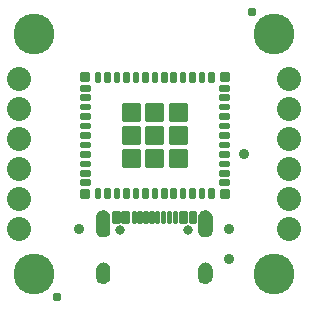
<source format=gbs>
G04 EAGLE Gerber RS-274X export*
G75*
%MOMM*%
%FSLAX34Y34*%
%LPD*%
%INSoldermask Bottom*%
%IPPOS*%
%AMOC8*
5,1,8,0,0,1.08239X$1,22.5*%
G01*
%ADD10C,3.454400*%
%ADD11C,0.253344*%
%ADD12C,0.255816*%
%ADD13C,0.802400*%
%ADD14C,2.032000*%
%ADD15C,0.254103*%
%ADD16C,0.256381*%
%ADD17C,0.255719*%
%ADD18C,0.787400*%
%ADD19C,0.914400*%

G36*
X85084Y56853D02*
X85084Y56853D01*
X85090Y56859D01*
X85095Y56855D01*
X86325Y57220D01*
X86330Y57227D01*
X86335Y57225D01*
X87454Y57855D01*
X87457Y57862D01*
X87463Y57861D01*
X88413Y58724D01*
X88414Y58732D01*
X88420Y58732D01*
X89154Y59785D01*
X89154Y59793D01*
X89159Y59795D01*
X89641Y60985D01*
X89639Y60990D01*
X89643Y60993D01*
X89642Y60994D01*
X89644Y60995D01*
X89849Y62262D01*
X89846Y62267D01*
X89849Y62270D01*
X89849Y74270D01*
X89846Y74274D01*
X89849Y74277D01*
X89694Y75399D01*
X89689Y75404D01*
X89692Y75408D01*
X89321Y76479D01*
X89315Y76483D01*
X89317Y76488D01*
X88744Y77465D01*
X88738Y77468D01*
X88739Y77473D01*
X87986Y78320D01*
X87979Y78322D01*
X87979Y78327D01*
X87076Y79011D01*
X87069Y79011D01*
X87068Y79016D01*
X86049Y79511D01*
X86042Y79509D01*
X86040Y79514D01*
X84943Y79801D01*
X84937Y79798D01*
X84934Y79802D01*
X83803Y79869D01*
X83797Y79869D01*
X82666Y79802D01*
X82661Y79797D01*
X82657Y79801D01*
X81560Y79514D01*
X81556Y79508D01*
X81551Y79511D01*
X80532Y79016D01*
X80529Y79010D01*
X80524Y79011D01*
X79621Y78327D01*
X79619Y78320D01*
X79614Y78320D01*
X78861Y77473D01*
X78861Y77466D01*
X78856Y77465D01*
X78283Y76488D01*
X78284Y76485D01*
X78283Y76484D01*
X78284Y76483D01*
X78284Y76481D01*
X78279Y76479D01*
X77908Y75408D01*
X77910Y75403D01*
X77907Y75401D01*
X77907Y75400D01*
X77906Y75399D01*
X77751Y74277D01*
X77754Y74272D01*
X77751Y74270D01*
X77751Y62270D01*
X77754Y62265D01*
X77751Y62262D01*
X77956Y60995D01*
X77962Y60989D01*
X77959Y60985D01*
X78441Y59795D01*
X78448Y59791D01*
X78446Y59785D01*
X79180Y58732D01*
X79188Y58730D01*
X79187Y58724D01*
X80137Y57861D01*
X80146Y57860D01*
X80146Y57855D01*
X81265Y57225D01*
X81273Y57226D01*
X81275Y57220D01*
X82505Y56855D01*
X82513Y56858D01*
X82516Y56853D01*
X83797Y56771D01*
X83801Y56774D01*
X83803Y56771D01*
X85084Y56853D01*
G37*
G36*
X171484Y56853D02*
X171484Y56853D01*
X171490Y56859D01*
X171495Y56855D01*
X172725Y57220D01*
X172730Y57227D01*
X172735Y57225D01*
X173854Y57855D01*
X173857Y57862D01*
X173863Y57861D01*
X174813Y58724D01*
X174814Y58732D01*
X174820Y58732D01*
X175554Y59785D01*
X175554Y59793D01*
X175559Y59795D01*
X176041Y60985D01*
X176039Y60990D01*
X176043Y60993D01*
X176042Y60994D01*
X176044Y60995D01*
X176249Y62262D01*
X176246Y62267D01*
X176249Y62270D01*
X176249Y74270D01*
X176246Y74274D01*
X176249Y74277D01*
X176094Y75399D01*
X176089Y75404D01*
X176092Y75408D01*
X175721Y76479D01*
X175715Y76483D01*
X175717Y76488D01*
X175144Y77465D01*
X175138Y77468D01*
X175139Y77473D01*
X174386Y78320D01*
X174379Y78322D01*
X174379Y78327D01*
X173476Y79011D01*
X173469Y79011D01*
X173468Y79016D01*
X172449Y79511D01*
X172442Y79509D01*
X172440Y79514D01*
X171343Y79801D01*
X171337Y79798D01*
X171334Y79802D01*
X170203Y79869D01*
X170197Y79869D01*
X169066Y79802D01*
X169061Y79797D01*
X169057Y79801D01*
X167960Y79514D01*
X167956Y79508D01*
X167951Y79511D01*
X166932Y79016D01*
X166929Y79010D01*
X166924Y79011D01*
X166021Y78327D01*
X166019Y78320D01*
X166014Y78320D01*
X165261Y77473D01*
X165261Y77466D01*
X165256Y77465D01*
X164683Y76488D01*
X164684Y76485D01*
X164683Y76484D01*
X164684Y76483D01*
X164684Y76481D01*
X164679Y76479D01*
X164308Y75408D01*
X164310Y75403D01*
X164307Y75401D01*
X164307Y75400D01*
X164306Y75399D01*
X164151Y74277D01*
X164154Y74272D01*
X164151Y74270D01*
X164151Y62270D01*
X164154Y62265D01*
X164151Y62262D01*
X164356Y60995D01*
X164362Y60989D01*
X164359Y60985D01*
X164841Y59795D01*
X164848Y59791D01*
X164846Y59785D01*
X165580Y58732D01*
X165588Y58730D01*
X165587Y58724D01*
X166537Y57861D01*
X166546Y57860D01*
X166546Y57855D01*
X167665Y57225D01*
X167673Y57226D01*
X167675Y57220D01*
X168905Y56855D01*
X168913Y56858D01*
X168916Y56853D01*
X170197Y56771D01*
X170201Y56774D01*
X170203Y56771D01*
X171484Y56853D01*
G37*
G36*
X170202Y17475D02*
X170202Y17475D01*
X170205Y17471D01*
X171536Y17615D01*
X171539Y17619D01*
X171540Y17619D01*
X171543Y17620D01*
X171546Y17618D01*
X172811Y18054D01*
X172816Y18061D01*
X172821Y18059D01*
X173957Y18766D01*
X173960Y18774D01*
X173966Y18773D01*
X174916Y19715D01*
X174917Y19723D01*
X174922Y19724D01*
X175639Y20854D01*
X175638Y20862D01*
X175644Y20864D01*
X176091Y22125D01*
X176089Y22132D01*
X176094Y22135D01*
X176249Y23464D01*
X176247Y23468D01*
X176249Y23470D01*
X176249Y29470D01*
X176247Y29473D01*
X176249Y29475D01*
X176103Y30817D01*
X176098Y30823D01*
X176101Y30827D01*
X175661Y32103D01*
X175654Y32107D01*
X175656Y32113D01*
X174943Y33258D01*
X174935Y33261D01*
X174936Y33267D01*
X173986Y34225D01*
X173978Y34226D01*
X173977Y34232D01*
X172838Y34954D01*
X172830Y34953D01*
X172828Y34959D01*
X171557Y35410D01*
X171549Y35407D01*
X171546Y35412D01*
X170206Y35569D01*
X170199Y35565D01*
X170195Y35569D01*
X169020Y35448D01*
X169015Y35443D01*
X169011Y35446D01*
X167882Y35099D01*
X167878Y35093D01*
X167873Y35095D01*
X166834Y34534D01*
X166831Y34527D01*
X166826Y34529D01*
X165916Y33776D01*
X165914Y33769D01*
X165909Y33769D01*
X165163Y32853D01*
X165163Y32845D01*
X165158Y32845D01*
X164606Y31801D01*
X164607Y31793D01*
X164602Y31792D01*
X164264Y30660D01*
X164266Y30653D01*
X164262Y30651D01*
X164151Y29475D01*
X164153Y29472D01*
X164151Y29470D01*
X164151Y23470D01*
X164153Y23467D01*
X164151Y23465D01*
X164271Y22300D01*
X164276Y22295D01*
X164273Y22290D01*
X164617Y21171D01*
X164623Y21167D01*
X164621Y21162D01*
X165178Y20131D01*
X165184Y20128D01*
X165183Y20123D01*
X165930Y19221D01*
X165937Y19219D01*
X165937Y19214D01*
X166845Y18475D01*
X166852Y18475D01*
X166853Y18470D01*
X167889Y17922D01*
X167896Y17923D01*
X167897Y17918D01*
X169020Y17583D01*
X169027Y17585D01*
X169029Y17581D01*
X170195Y17471D01*
X170202Y17475D01*
G37*
G36*
X83802Y17475D02*
X83802Y17475D01*
X83805Y17471D01*
X85136Y17615D01*
X85139Y17619D01*
X85140Y17619D01*
X85143Y17620D01*
X85146Y17618D01*
X86411Y18054D01*
X86416Y18061D01*
X86421Y18059D01*
X87557Y18766D01*
X87560Y18774D01*
X87566Y18773D01*
X88516Y19715D01*
X88517Y19723D01*
X88522Y19724D01*
X89239Y20854D01*
X89238Y20862D01*
X89244Y20864D01*
X89691Y22125D01*
X89689Y22132D01*
X89694Y22135D01*
X89849Y23464D01*
X89847Y23468D01*
X89849Y23470D01*
X89849Y29470D01*
X89847Y29473D01*
X89849Y29475D01*
X89703Y30817D01*
X89698Y30823D01*
X89701Y30827D01*
X89261Y32103D01*
X89254Y32107D01*
X89256Y32113D01*
X88543Y33258D01*
X88535Y33261D01*
X88536Y33267D01*
X87586Y34225D01*
X87578Y34226D01*
X87577Y34232D01*
X86438Y34954D01*
X86430Y34953D01*
X86428Y34959D01*
X85157Y35410D01*
X85149Y35407D01*
X85146Y35412D01*
X83806Y35569D01*
X83799Y35565D01*
X83795Y35569D01*
X82620Y35448D01*
X82615Y35443D01*
X82611Y35446D01*
X81482Y35099D01*
X81478Y35093D01*
X81473Y35095D01*
X80434Y34534D01*
X80431Y34527D01*
X80426Y34529D01*
X79516Y33776D01*
X79514Y33769D01*
X79509Y33769D01*
X78763Y32853D01*
X78763Y32845D01*
X78758Y32845D01*
X78206Y31801D01*
X78207Y31793D01*
X78202Y31792D01*
X77864Y30660D01*
X77866Y30653D01*
X77862Y30651D01*
X77751Y29475D01*
X77753Y29472D01*
X77751Y29470D01*
X77751Y23470D01*
X77753Y23467D01*
X77751Y23465D01*
X77871Y22300D01*
X77876Y22295D01*
X77873Y22290D01*
X78217Y21171D01*
X78223Y21167D01*
X78221Y21162D01*
X78778Y20131D01*
X78784Y20128D01*
X78783Y20123D01*
X79530Y19221D01*
X79537Y19219D01*
X79537Y19214D01*
X80445Y18475D01*
X80452Y18475D01*
X80453Y18470D01*
X81489Y17922D01*
X81496Y17923D01*
X81497Y17918D01*
X82620Y17583D01*
X82627Y17585D01*
X82629Y17581D01*
X83795Y17471D01*
X83802Y17475D01*
G37*
D10*
X228600Y25400D03*
X25400Y25400D03*
X25400Y228600D03*
X228600Y228600D03*
D11*
X120496Y78566D02*
X118504Y78566D01*
X120496Y78566D02*
X120496Y69574D01*
X118504Y69574D01*
X118504Y78566D01*
X118504Y71980D02*
X120496Y71980D01*
X120496Y74386D02*
X118504Y74386D01*
X118504Y76792D02*
X120496Y76792D01*
X123504Y78566D02*
X125496Y78566D01*
X125496Y69574D01*
X123504Y69574D01*
X123504Y78566D01*
X123504Y71980D02*
X125496Y71980D01*
X125496Y74386D02*
X123504Y74386D01*
X123504Y76792D02*
X125496Y76792D01*
D12*
X97233Y78553D02*
X92267Y78553D01*
X97233Y78553D02*
X97233Y69587D01*
X92267Y69587D01*
X92267Y78553D01*
X92267Y72017D02*
X97233Y72017D01*
X97233Y74447D02*
X92267Y74447D01*
X92267Y76877D02*
X97233Y76877D01*
X100017Y78553D02*
X104983Y78553D01*
X104983Y69587D01*
X100017Y69587D01*
X100017Y78553D01*
X100017Y72017D02*
X104983Y72017D01*
X104983Y74447D02*
X100017Y74447D01*
X100017Y76877D02*
X104983Y76877D01*
D11*
X108504Y78566D02*
X110496Y78566D01*
X110496Y69574D01*
X108504Y69574D01*
X108504Y78566D01*
X108504Y71980D02*
X110496Y71980D01*
X110496Y74386D02*
X108504Y74386D01*
X108504Y76792D02*
X110496Y76792D01*
X113504Y78566D02*
X115496Y78566D01*
X115496Y69574D01*
X113504Y69574D01*
X113504Y78566D01*
X113504Y71980D02*
X115496Y71980D01*
X115496Y74386D02*
X113504Y74386D01*
X113504Y76792D02*
X115496Y76792D01*
X133504Y69574D02*
X135496Y69574D01*
X133504Y69574D02*
X133504Y78566D01*
X135496Y78566D01*
X135496Y69574D01*
X135496Y71980D02*
X133504Y71980D01*
X133504Y74386D02*
X135496Y74386D01*
X135496Y76792D02*
X133504Y76792D01*
X130496Y69574D02*
X128504Y69574D01*
X128504Y78566D01*
X130496Y78566D01*
X130496Y69574D01*
X130496Y71980D02*
X128504Y71980D01*
X128504Y74386D02*
X130496Y74386D01*
X130496Y76792D02*
X128504Y76792D01*
D12*
X156767Y69587D02*
X161733Y69587D01*
X156767Y69587D02*
X156767Y78553D01*
X161733Y78553D01*
X161733Y69587D01*
X161733Y72017D02*
X156767Y72017D01*
X156767Y74447D02*
X161733Y74447D01*
X161733Y76877D02*
X156767Y76877D01*
X153983Y69587D02*
X149017Y69587D01*
X149017Y78553D01*
X153983Y78553D01*
X153983Y69587D01*
X153983Y72017D02*
X149017Y72017D01*
X149017Y74447D02*
X153983Y74447D01*
X153983Y76877D02*
X149017Y76877D01*
D11*
X145496Y69574D02*
X143504Y69574D01*
X143504Y78566D01*
X145496Y78566D01*
X145496Y69574D01*
X145496Y71980D02*
X143504Y71980D01*
X143504Y74386D02*
X145496Y74386D01*
X145496Y76792D02*
X143504Y76792D01*
X140496Y69574D02*
X138504Y69574D01*
X138504Y78566D01*
X140496Y78566D01*
X140496Y69574D01*
X140496Y71980D02*
X138504Y71980D01*
X138504Y74386D02*
X140496Y74386D01*
X140496Y76792D02*
X138504Y76792D01*
D13*
X155900Y63020D03*
X98100Y63020D03*
D14*
X241300Y190500D03*
X241300Y165100D03*
X241300Y139700D03*
X241300Y114300D03*
X241300Y88900D03*
X241300Y63500D03*
X12700Y190500D03*
X12700Y165100D03*
X12700Y139700D03*
X12700Y114300D03*
X12700Y88900D03*
X12700Y63500D03*
D15*
X189492Y182018D02*
X189492Y185002D01*
X189492Y182018D02*
X182508Y182018D01*
X182508Y185002D01*
X189492Y185002D01*
X189492Y184432D02*
X182508Y184432D01*
X189492Y177002D02*
X189492Y174018D01*
X182508Y174018D01*
X182508Y177002D01*
X189492Y177002D01*
X189492Y176432D02*
X182508Y176432D01*
X189492Y169002D02*
X189492Y166018D01*
X182508Y166018D01*
X182508Y169002D01*
X189492Y169002D01*
X189492Y168432D02*
X182508Y168432D01*
X189492Y161002D02*
X189492Y158018D01*
X182508Y158018D01*
X182508Y161002D01*
X189492Y161002D01*
X189492Y160432D02*
X182508Y160432D01*
X189492Y153002D02*
X189492Y150018D01*
X182508Y150018D01*
X182508Y153002D01*
X189492Y153002D01*
X189492Y152432D02*
X182508Y152432D01*
X189492Y145002D02*
X189492Y142018D01*
X182508Y142018D01*
X182508Y145002D01*
X189492Y145002D01*
X189492Y144432D02*
X182508Y144432D01*
X189492Y137002D02*
X189492Y134018D01*
X182508Y134018D01*
X182508Y137002D01*
X189492Y137002D01*
X189492Y136432D02*
X182508Y136432D01*
X189492Y129002D02*
X189492Y126018D01*
X182508Y126018D01*
X182508Y129002D01*
X189492Y129002D01*
X189492Y128432D02*
X182508Y128432D01*
X189492Y121002D02*
X189492Y118018D01*
X182508Y118018D01*
X182508Y121002D01*
X189492Y121002D01*
X189492Y120432D02*
X182508Y120432D01*
X189492Y113002D02*
X189492Y110018D01*
X182508Y110018D01*
X182508Y113002D01*
X189492Y113002D01*
X189492Y112432D02*
X182508Y112432D01*
X189492Y105002D02*
X189492Y102018D01*
X182508Y102018D01*
X182508Y105002D01*
X189492Y105002D01*
X189492Y104432D02*
X182508Y104432D01*
X176492Y91018D02*
X173508Y91018D01*
X173508Y98002D01*
X176492Y98002D01*
X176492Y91018D01*
X176492Y93432D02*
X173508Y93432D01*
X173508Y95846D02*
X176492Y95846D01*
X168492Y91018D02*
X165508Y91018D01*
X165508Y98002D01*
X168492Y98002D01*
X168492Y91018D01*
X168492Y93432D02*
X165508Y93432D01*
X165508Y95846D02*
X168492Y95846D01*
X160492Y91018D02*
X157508Y91018D01*
X157508Y98002D01*
X160492Y98002D01*
X160492Y91018D01*
X160492Y93432D02*
X157508Y93432D01*
X157508Y95846D02*
X160492Y95846D01*
X152492Y91018D02*
X149508Y91018D01*
X149508Y98002D01*
X152492Y98002D01*
X152492Y91018D01*
X152492Y93432D02*
X149508Y93432D01*
X149508Y95846D02*
X152492Y95846D01*
X144492Y91018D02*
X141508Y91018D01*
X141508Y98002D01*
X144492Y98002D01*
X144492Y91018D01*
X144492Y93432D02*
X141508Y93432D01*
X141508Y95846D02*
X144492Y95846D01*
X136492Y91018D02*
X133508Y91018D01*
X133508Y98002D01*
X136492Y98002D01*
X136492Y91018D01*
X136492Y93432D02*
X133508Y93432D01*
X133508Y95846D02*
X136492Y95846D01*
X128492Y91018D02*
X125508Y91018D01*
X125508Y98002D01*
X128492Y98002D01*
X128492Y91018D01*
X128492Y93432D02*
X125508Y93432D01*
X125508Y95846D02*
X128492Y95846D01*
X120492Y91018D02*
X117508Y91018D01*
X117508Y98002D01*
X120492Y98002D01*
X120492Y91018D01*
X120492Y93432D02*
X117508Y93432D01*
X117508Y95846D02*
X120492Y95846D01*
X112492Y91018D02*
X109508Y91018D01*
X109508Y98002D01*
X112492Y98002D01*
X112492Y91018D01*
X112492Y93432D02*
X109508Y93432D01*
X109508Y95846D02*
X112492Y95846D01*
X104492Y91018D02*
X101508Y91018D01*
X101508Y98002D01*
X104492Y98002D01*
X104492Y91018D01*
X104492Y93432D02*
X101508Y93432D01*
X101508Y95846D02*
X104492Y95846D01*
X96492Y91018D02*
X93508Y91018D01*
X93508Y98002D01*
X96492Y98002D01*
X96492Y91018D01*
X96492Y93432D02*
X93508Y93432D01*
X93508Y95846D02*
X96492Y95846D01*
X88492Y91018D02*
X85508Y91018D01*
X85508Y98002D01*
X88492Y98002D01*
X88492Y91018D01*
X88492Y93432D02*
X85508Y93432D01*
X85508Y95846D02*
X88492Y95846D01*
X80492Y91018D02*
X77508Y91018D01*
X77508Y98002D01*
X80492Y98002D01*
X80492Y91018D01*
X80492Y93432D02*
X77508Y93432D01*
X77508Y95846D02*
X80492Y95846D01*
X64508Y102018D02*
X64508Y105002D01*
X71492Y105002D01*
X71492Y102018D01*
X64508Y102018D01*
X64508Y104432D02*
X71492Y104432D01*
X64508Y110018D02*
X64508Y113002D01*
X71492Y113002D01*
X71492Y110018D01*
X64508Y110018D01*
X64508Y112432D02*
X71492Y112432D01*
X64508Y118018D02*
X64508Y121002D01*
X71492Y121002D01*
X71492Y118018D01*
X64508Y118018D01*
X64508Y120432D02*
X71492Y120432D01*
X64508Y126018D02*
X64508Y129002D01*
X71492Y129002D01*
X71492Y126018D01*
X64508Y126018D01*
X64508Y128432D02*
X71492Y128432D01*
X64508Y134018D02*
X64508Y137002D01*
X71492Y137002D01*
X71492Y134018D01*
X64508Y134018D01*
X64508Y136432D02*
X71492Y136432D01*
X64508Y142018D02*
X64508Y145002D01*
X71492Y145002D01*
X71492Y142018D01*
X64508Y142018D01*
X64508Y144432D02*
X71492Y144432D01*
X64508Y150018D02*
X64508Y153002D01*
X71492Y153002D01*
X71492Y150018D01*
X64508Y150018D01*
X64508Y152432D02*
X71492Y152432D01*
X64508Y158018D02*
X64508Y161002D01*
X71492Y161002D01*
X71492Y158018D01*
X64508Y158018D01*
X64508Y160432D02*
X71492Y160432D01*
X64508Y166018D02*
X64508Y169002D01*
X71492Y169002D01*
X71492Y166018D01*
X64508Y166018D01*
X64508Y168432D02*
X71492Y168432D01*
X64508Y174018D02*
X64508Y177002D01*
X71492Y177002D01*
X71492Y174018D01*
X64508Y174018D01*
X64508Y176432D02*
X71492Y176432D01*
X64508Y182018D02*
X64508Y185002D01*
X71492Y185002D01*
X71492Y182018D01*
X64508Y182018D01*
X64508Y184432D02*
X71492Y184432D01*
X77508Y196002D02*
X80492Y196002D01*
X80492Y189018D01*
X77508Y189018D01*
X77508Y196002D01*
X77508Y191432D02*
X80492Y191432D01*
X80492Y193846D02*
X77508Y193846D01*
X85508Y196002D02*
X88492Y196002D01*
X88492Y189018D01*
X85508Y189018D01*
X85508Y196002D01*
X85508Y191432D02*
X88492Y191432D01*
X88492Y193846D02*
X85508Y193846D01*
X93508Y196002D02*
X96492Y196002D01*
X96492Y189018D01*
X93508Y189018D01*
X93508Y196002D01*
X93508Y191432D02*
X96492Y191432D01*
X96492Y193846D02*
X93508Y193846D01*
X101508Y196002D02*
X104492Y196002D01*
X104492Y189018D01*
X101508Y189018D01*
X101508Y196002D01*
X101508Y191432D02*
X104492Y191432D01*
X104492Y193846D02*
X101508Y193846D01*
X109508Y196002D02*
X112492Y196002D01*
X112492Y189018D01*
X109508Y189018D01*
X109508Y196002D01*
X109508Y191432D02*
X112492Y191432D01*
X112492Y193846D02*
X109508Y193846D01*
X117508Y196002D02*
X120492Y196002D01*
X120492Y189018D01*
X117508Y189018D01*
X117508Y196002D01*
X117508Y191432D02*
X120492Y191432D01*
X120492Y193846D02*
X117508Y193846D01*
X125508Y196002D02*
X128492Y196002D01*
X128492Y189018D01*
X125508Y189018D01*
X125508Y196002D01*
X125508Y191432D02*
X128492Y191432D01*
X128492Y193846D02*
X125508Y193846D01*
X133508Y196002D02*
X136492Y196002D01*
X136492Y189018D01*
X133508Y189018D01*
X133508Y196002D01*
X133508Y191432D02*
X136492Y191432D01*
X136492Y193846D02*
X133508Y193846D01*
X141508Y196002D02*
X144492Y196002D01*
X144492Y189018D01*
X141508Y189018D01*
X141508Y196002D01*
X141508Y191432D02*
X144492Y191432D01*
X144492Y193846D02*
X141508Y193846D01*
X149508Y196002D02*
X152492Y196002D01*
X152492Y189018D01*
X149508Y189018D01*
X149508Y196002D01*
X149508Y191432D02*
X152492Y191432D01*
X152492Y193846D02*
X149508Y193846D01*
X157508Y196002D02*
X160492Y196002D01*
X160492Y189018D01*
X157508Y189018D01*
X157508Y196002D01*
X157508Y191432D02*
X160492Y191432D01*
X160492Y193846D02*
X157508Y193846D01*
X165508Y196002D02*
X168492Y196002D01*
X168492Y189018D01*
X165508Y189018D01*
X165508Y196002D01*
X165508Y191432D02*
X168492Y191432D01*
X168492Y193846D02*
X165508Y193846D01*
X173508Y196002D02*
X176492Y196002D01*
X176492Y189018D01*
X173508Y189018D01*
X173508Y196002D01*
X173508Y191432D02*
X176492Y191432D01*
X176492Y193846D02*
X173508Y193846D01*
D16*
X133730Y150240D02*
X120270Y150240D01*
X133730Y150240D02*
X133730Y136780D01*
X120270Y136780D01*
X120270Y150240D01*
X120270Y139216D02*
X133730Y139216D01*
X133730Y141652D02*
X120270Y141652D01*
X120270Y144088D02*
X133730Y144088D01*
X133730Y146524D02*
X120270Y146524D01*
X120270Y148960D02*
X133730Y148960D01*
D17*
X70484Y195994D02*
X64516Y195994D01*
X70484Y195994D02*
X70484Y190026D01*
X64516Y190026D01*
X64516Y195994D01*
X64516Y192455D02*
X70484Y192455D01*
X70484Y194884D02*
X64516Y194884D01*
X64516Y96994D02*
X70484Y96994D01*
X70484Y91026D01*
X64516Y91026D01*
X64516Y96994D01*
X64516Y93455D02*
X70484Y93455D01*
X70484Y95884D02*
X64516Y95884D01*
X183516Y96994D02*
X189484Y96994D01*
X189484Y91026D01*
X183516Y91026D01*
X183516Y96994D01*
X183516Y93455D02*
X189484Y93455D01*
X189484Y95884D02*
X183516Y95884D01*
X183516Y195994D02*
X189484Y195994D01*
X189484Y190026D01*
X183516Y190026D01*
X183516Y195994D01*
X183516Y192455D02*
X189484Y192455D01*
X189484Y194884D02*
X183516Y194884D01*
D16*
X153480Y169990D02*
X140020Y169990D01*
X153480Y169990D02*
X153480Y156530D01*
X140020Y156530D01*
X140020Y169990D01*
X140020Y158966D02*
X153480Y158966D01*
X153480Y161402D02*
X140020Y161402D01*
X140020Y163838D02*
X153480Y163838D01*
X153480Y166274D02*
X140020Y166274D01*
X140020Y168710D02*
X153480Y168710D01*
X153480Y150240D02*
X140020Y150240D01*
X153480Y150240D02*
X153480Y136780D01*
X140020Y136780D01*
X140020Y150240D01*
X140020Y139216D02*
X153480Y139216D01*
X153480Y141652D02*
X140020Y141652D01*
X140020Y144088D02*
X153480Y144088D01*
X153480Y146524D02*
X140020Y146524D01*
X140020Y148960D02*
X153480Y148960D01*
X153480Y130490D02*
X140020Y130490D01*
X153480Y130490D02*
X153480Y117030D01*
X140020Y117030D01*
X140020Y130490D01*
X140020Y119466D02*
X153480Y119466D01*
X153480Y121902D02*
X140020Y121902D01*
X140020Y124338D02*
X153480Y124338D01*
X153480Y126774D02*
X140020Y126774D01*
X140020Y129210D02*
X153480Y129210D01*
X133730Y130490D02*
X120270Y130490D01*
X133730Y130490D02*
X133730Y117030D01*
X120270Y117030D01*
X120270Y130490D01*
X120270Y119466D02*
X133730Y119466D01*
X133730Y121902D02*
X120270Y121902D01*
X120270Y124338D02*
X133730Y124338D01*
X133730Y126774D02*
X120270Y126774D01*
X120270Y129210D02*
X133730Y129210D01*
X113980Y130490D02*
X100520Y130490D01*
X113980Y130490D02*
X113980Y117030D01*
X100520Y117030D01*
X100520Y130490D01*
X100520Y119466D02*
X113980Y119466D01*
X113980Y121902D02*
X100520Y121902D01*
X100520Y124338D02*
X113980Y124338D01*
X113980Y126774D02*
X100520Y126774D01*
X100520Y129210D02*
X113980Y129210D01*
X113980Y150240D02*
X100520Y150240D01*
X113980Y150240D02*
X113980Y136780D01*
X100520Y136780D01*
X100520Y150240D01*
X100520Y139216D02*
X113980Y139216D01*
X113980Y141652D02*
X100520Y141652D01*
X100520Y144088D02*
X113980Y144088D01*
X113980Y146524D02*
X100520Y146524D01*
X100520Y148960D02*
X113980Y148960D01*
X113980Y169990D02*
X100520Y169990D01*
X113980Y169990D02*
X113980Y156530D01*
X100520Y156530D01*
X100520Y169990D01*
X100520Y158966D02*
X113980Y158966D01*
X113980Y161402D02*
X100520Y161402D01*
X100520Y163838D02*
X113980Y163838D01*
X113980Y166274D02*
X100520Y166274D01*
X100520Y168710D02*
X113980Y168710D01*
X120270Y169990D02*
X133730Y169990D01*
X133730Y156530D01*
X120270Y156530D01*
X120270Y169990D01*
X120270Y158966D02*
X133730Y158966D01*
X133730Y161402D02*
X120270Y161402D01*
X120270Y163838D02*
X133730Y163838D01*
X133730Y166274D02*
X120270Y166274D01*
X120270Y168710D02*
X133730Y168710D01*
D18*
X209550Y247650D03*
X44450Y6350D03*
D19*
X190500Y38100D03*
X190500Y63500D03*
X63500Y63500D03*
X203200Y127000D03*
M02*

</source>
